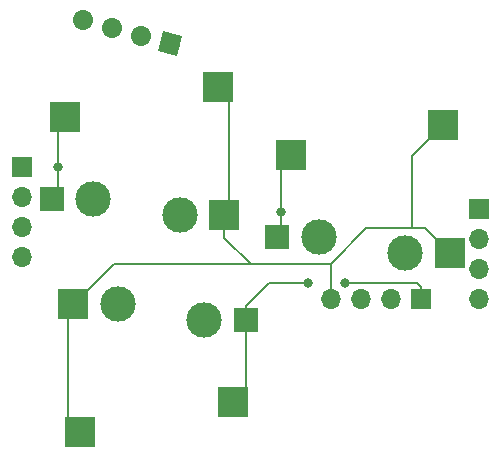
<source format=gbr>
G04 #@! TF.GenerationSoftware,KiCad,Pcbnew,(5.1.4)-1*
G04 #@! TF.CreationDate,2023-09-09T05:27:56-04:00*
G04 #@! TF.ProjectId,ThumbsUp,5468756d-6273-4557-902e-6b696361645f,rev?*
G04 #@! TF.SameCoordinates,Original*
G04 #@! TF.FileFunction,Copper,L2,Bot*
G04 #@! TF.FilePolarity,Positive*
%FSLAX46Y46*%
G04 Gerber Fmt 4.6, Leading zero omitted, Abs format (unit mm)*
G04 Created by KiCad (PCBNEW (5.1.4)-1) date 2023-09-09 05:27:56*
%MOMM*%
%LPD*%
G04 APERTURE LIST*
%ADD10C,1.700000*%
%ADD11C,1.700000*%
%ADD12C,0.100000*%
%ADD13O,1.700000X1.700000*%
%ADD14R,1.700000X1.700000*%
%ADD15R,2.550000X2.500000*%
%ADD16R,2.000000X2.000000*%
%ADD17C,3.000000*%
%ADD18C,0.800000*%
%ADD19C,0.200000*%
G04 APERTURE END LIST*
D10*
X-85668748Y-341674931D03*
D11*
X-85668748Y-341674931D02*
X-85668748Y-341674931D01*
D10*
X-83215296Y-342332331D03*
D11*
X-83215296Y-342332331D02*
X-83215296Y-342332331D01*
D10*
X-80761845Y-342989732D03*
D11*
X-80761845Y-342989732D02*
X-80761845Y-342989732D01*
D10*
X-78308393Y-343647132D03*
D12*
G36*
X-77707352Y-344688165D02*
G01*
X-79349426Y-344248173D01*
X-78909434Y-342606099D01*
X-77267360Y-343046091D01*
X-77707352Y-344688165D01*
X-77707352Y-344688165D01*
G37*
D13*
X-90845511Y-361749102D03*
X-90845511Y-359209102D03*
X-90845511Y-356669102D03*
D14*
X-90845511Y-354129102D03*
D15*
X-54620455Y-361371918D03*
D16*
X-69220455Y-360021918D03*
D17*
X-65720455Y-360021918D03*
X-58420455Y-361371918D03*
D15*
X-55178455Y-350541918D03*
X-68105455Y-353081918D03*
X-73700000Y-358171918D03*
D16*
X-88300000Y-356821918D03*
D17*
X-84800000Y-356821918D03*
X-77500000Y-358171918D03*
D15*
X-74258000Y-347341918D03*
X-87185000Y-349881918D03*
D13*
X-52123013Y-365233573D03*
X-52123013Y-362693573D03*
X-52123013Y-360153573D03*
D14*
X-52123013Y-357613573D03*
D13*
X-64713868Y-365301045D03*
X-62173868Y-365301045D03*
X-59633868Y-365301045D03*
D14*
X-57093868Y-365301045D03*
D15*
X-86500000Y-365730000D03*
D16*
X-71900000Y-367080000D03*
D17*
X-75400000Y-367080000D03*
X-82700000Y-365730000D03*
D15*
X-85942000Y-376560000D03*
X-73015000Y-374020000D03*
D18*
X-68900000Y-357870000D03*
X-87760000Y-354060000D03*
X-66650000Y-363920000D03*
X-63490000Y-363920000D03*
D19*
X-69220455Y-360021918D02*
X-68900000Y-359701463D01*
X-68900000Y-359701463D02*
X-68900000Y-357870000D01*
X-68105455Y-353081918D02*
X-68900000Y-353876463D01*
X-68900000Y-353876463D02*
X-68900000Y-357370000D01*
X-68900000Y-357370000D02*
X-68900000Y-357870000D01*
X-87760000Y-354060000D02*
X-87760000Y-356281918D01*
X-87770000Y-350466918D02*
X-87185000Y-349881918D01*
X-87760000Y-356281918D02*
X-88300000Y-356821918D01*
X-87770000Y-354050000D02*
X-87770000Y-350466918D01*
X-87760000Y-354060000D02*
X-87770000Y-354050000D01*
X-71900000Y-365880000D02*
X-71900000Y-367080000D01*
X-71900000Y-367080000D02*
X-71900000Y-372905000D01*
X-69940000Y-363920000D02*
X-71900000Y-365880000D01*
X-71900000Y-372905000D02*
X-73015000Y-374020000D01*
X-66650000Y-363920000D02*
X-69940000Y-363920000D01*
X-57093868Y-364251045D02*
X-57424913Y-363920000D01*
X-57424913Y-363920000D02*
X-63490000Y-363920000D01*
X-57093868Y-365301045D02*
X-57093868Y-364251045D01*
X-73700000Y-358171918D02*
X-73300000Y-357771918D01*
X-86970000Y-375532000D02*
X-85942000Y-376560000D01*
X-71480000Y-362290000D02*
X-83035000Y-362290000D01*
X-73300000Y-357771918D02*
X-73300000Y-348299918D01*
X-86970000Y-366200000D02*
X-86970000Y-375532000D01*
X-73300000Y-348299918D02*
X-74258000Y-347341918D01*
X-86475000Y-365730000D02*
X-86500000Y-365730000D01*
X-83035000Y-362290000D02*
X-86475000Y-365730000D01*
X-86500000Y-365730000D02*
X-86970000Y-366200000D01*
X-71480000Y-362290000D02*
X-73700000Y-360070000D01*
X-64700000Y-362290000D02*
X-71480000Y-362290000D01*
X-73700000Y-360070000D02*
X-73700000Y-358171918D01*
X-61680000Y-359270000D02*
X-57800000Y-359270000D01*
X-64700000Y-365287177D02*
X-64700000Y-362290000D01*
X-64713868Y-365301045D02*
X-64700000Y-365287177D01*
X-64700000Y-362290000D02*
X-61680000Y-359270000D01*
X-57800000Y-353138463D02*
X-57800000Y-359270000D01*
X-55203455Y-350541918D02*
X-57800000Y-353138463D01*
X-54645455Y-361371918D02*
X-54620455Y-361371918D01*
X-56747373Y-359270000D02*
X-54645455Y-361371918D01*
X-57800000Y-359270000D02*
X-56747373Y-359270000D01*
X-55178455Y-350541918D02*
X-55203455Y-350541918D01*
M02*

</source>
